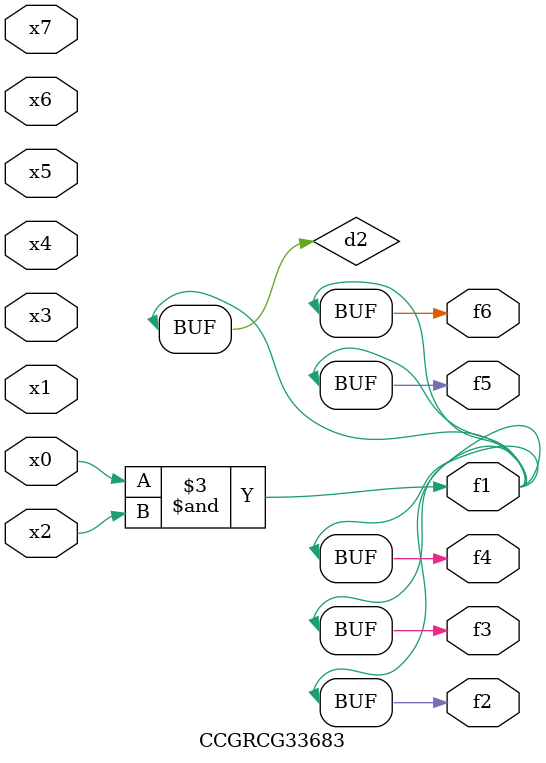
<source format=v>
module CCGRCG33683(
	input x0, x1, x2, x3, x4, x5, x6, x7,
	output f1, f2, f3, f4, f5, f6
);

	wire d1, d2;

	nor (d1, x3, x6);
	and (d2, x0, x2);
	assign f1 = d2;
	assign f2 = d2;
	assign f3 = d2;
	assign f4 = d2;
	assign f5 = d2;
	assign f6 = d2;
endmodule

</source>
